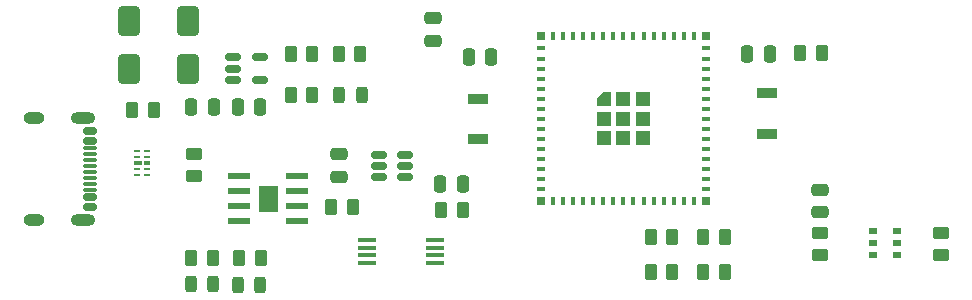
<source format=gtp>
%TF.GenerationSoftware,KiCad,Pcbnew,8.0.8*%
%TF.CreationDate,2025-04-24T21:45:02+02:00*%
%TF.ProjectId,LD2420_Radar_ESP32,4c443234-3230-45f5-9261-6461725f4553,rev?*%
%TF.SameCoordinates,Original*%
%TF.FileFunction,Paste,Top*%
%TF.FilePolarity,Positive*%
%FSLAX46Y46*%
G04 Gerber Fmt 4.6, Leading zero omitted, Abs format (unit mm)*
G04 Created by KiCad (PCBNEW 8.0.8) date 2025-04-24 21:45:02*
%MOMM*%
%LPD*%
G01*
G04 APERTURE LIST*
G04 Aperture macros list*
%AMRoundRect*
0 Rectangle with rounded corners*
0 $1 Rounding radius*
0 $2 $3 $4 $5 $6 $7 $8 $9 X,Y pos of 4 corners*
0 Add a 4 corners polygon primitive as box body*
4,1,4,$2,$3,$4,$5,$6,$7,$8,$9,$2,$3,0*
0 Add four circle primitives for the rounded corners*
1,1,$1+$1,$2,$3*
1,1,$1+$1,$4,$5*
1,1,$1+$1,$6,$7*
1,1,$1+$1,$8,$9*
0 Add four rect primitives between the rounded corners*
20,1,$1+$1,$2,$3,$4,$5,0*
20,1,$1+$1,$4,$5,$6,$7,0*
20,1,$1+$1,$6,$7,$8,$9,0*
20,1,$1+$1,$8,$9,$2,$3,0*%
%AMFreePoly0*
4,1,6,0.600000,-0.600000,-0.600000,-0.600000,-0.600000,0.000000,0.000000,0.600000,0.600000,0.600000,0.600000,-0.600000,0.600000,-0.600000,$1*%
G04 Aperture macros list end*
%ADD10C,0.010000*%
%ADD11RoundRect,0.250000X0.475000X-0.250000X0.475000X0.250000X-0.475000X0.250000X-0.475000X-0.250000X0*%
%ADD12R,1.700000X0.900000*%
%ADD13RoundRect,0.250000X-0.262500X-0.450000X0.262500X-0.450000X0.262500X0.450000X-0.262500X0.450000X0*%
%ADD14RoundRect,0.150000X-0.512500X-0.150000X0.512500X-0.150000X0.512500X0.150000X-0.512500X0.150000X0*%
%ADD15RoundRect,0.250000X0.262500X0.450000X-0.262500X0.450000X-0.262500X-0.450000X0.262500X-0.450000X0*%
%ADD16RoundRect,0.250000X-0.250000X-0.475000X0.250000X-0.475000X0.250000X0.475000X-0.250000X0.475000X0*%
%ADD17RoundRect,0.243750X-0.243750X-0.456250X0.243750X-0.456250X0.243750X0.456250X-0.243750X0.456250X0*%
%ADD18R,1.970000X0.600000*%
%ADD19RoundRect,0.250000X-0.475000X0.250000X-0.475000X-0.250000X0.475000X-0.250000X0.475000X0.250000X0*%
%ADD20RoundRect,0.250000X-0.450000X0.262500X-0.450000X-0.262500X0.450000X-0.262500X0.450000X0.262500X0*%
%ADD21RoundRect,0.150000X-0.425000X0.150000X-0.425000X-0.150000X0.425000X-0.150000X0.425000X0.150000X0*%
%ADD22RoundRect,0.075000X-0.500000X0.075000X-0.500000X-0.075000X0.500000X-0.075000X0.500000X0.075000X0*%
%ADD23O,2.100000X1.000000*%
%ADD24O,1.800000X1.000000*%
%ADD25RoundRect,0.250000X0.450000X-0.262500X0.450000X0.262500X-0.450000X0.262500X-0.450000X-0.262500X0*%
%ADD26R,0.625000X0.250000*%
%ADD27R,0.700000X0.450000*%
%ADD28R,0.575000X0.450000*%
%ADD29RoundRect,0.250000X-0.650000X1.000000X-0.650000X-1.000000X0.650000X-1.000000X0.650000X1.000000X0*%
%ADD30R,0.800000X0.400000*%
%ADD31R,0.400000X0.800000*%
%ADD32FreePoly0,0.000000*%
%ADD33R,1.200000X1.200000*%
%ADD34R,0.800000X0.800000*%
%ADD35RoundRect,0.050000X0.730000X0.150000X-0.730000X0.150000X-0.730000X-0.150000X0.730000X-0.150000X0*%
%ADD36RoundRect,0.250000X0.250000X0.475000X-0.250000X0.475000X-0.250000X-0.475000X0.250000X-0.475000X0*%
%ADD37RoundRect,0.066250X-0.288750X-0.198750X0.288750X-0.198750X0.288750X0.198750X-0.288750X0.198750X0*%
G04 APERTURE END LIST*
D10*
%TO.C,U5*%
X150513000Y-117544000D02*
X148987000Y-117544000D01*
X148987000Y-115456000D01*
X150513000Y-115456000D01*
X150513000Y-117544000D01*
G36*
X150513000Y-117544000D02*
G01*
X148987000Y-117544000D01*
X148987000Y-115456000D01*
X150513000Y-115456000D01*
X150513000Y-117544000D01*
G37*
%TD*%
D11*
%TO.C,C8*%
X163750000Y-103150000D03*
X163750000Y-101250000D03*
%TD*%
D12*
%TO.C,RESET1*%
X192000000Y-107600000D03*
X192000000Y-111000000D03*
%TD*%
D13*
%TO.C,R2*%
X138250000Y-109000000D03*
X140075000Y-109000000D03*
%TD*%
%TO.C,R1*%
X194817500Y-104220000D03*
X196642500Y-104220000D03*
%TD*%
D14*
%TO.C,U3*%
X146787500Y-104550000D03*
X146787500Y-105500000D03*
X146787500Y-106450000D03*
X149062500Y-106450000D03*
X149062500Y-104550000D03*
%TD*%
D15*
%TO.C,R13*%
X145075000Y-121500000D03*
X143250000Y-121500000D03*
%TD*%
D16*
%TO.C,C6*%
X164350000Y-115250000D03*
X166250000Y-115250000D03*
%TD*%
D17*
%TO.C,D1*%
X155800000Y-107750000D03*
X157675000Y-107750000D03*
%TD*%
D15*
%TO.C,R15*%
X156912500Y-117250000D03*
X155087500Y-117250000D03*
%TD*%
D13*
%TO.C,R3*%
X151675000Y-104250000D03*
X153500000Y-104250000D03*
%TD*%
D12*
%TO.C,BOOT2*%
X167500000Y-111450000D03*
X167500000Y-108050000D03*
%TD*%
D13*
%TO.C,R6*%
X182175000Y-122750000D03*
X184000000Y-122750000D03*
%TD*%
D18*
%TO.C,U5*%
X147275000Y-114595000D03*
X147275000Y-115865000D03*
X147275000Y-117135000D03*
X147275000Y-118405000D03*
X152225000Y-118405000D03*
X152225000Y-117135000D03*
X152225000Y-115865000D03*
X152225000Y-114595000D03*
%TD*%
D19*
%TO.C,C7*%
X155750000Y-112750000D03*
X155750000Y-114650000D03*
%TD*%
D20*
%TO.C,R8*%
X196500000Y-119425000D03*
X196500000Y-121250000D03*
%TD*%
D13*
%TO.C,R4*%
X155750000Y-104250000D03*
X157575000Y-104250000D03*
%TD*%
D21*
%TO.C,USB_C1*%
X134680000Y-110800000D03*
X134680000Y-111600000D03*
D22*
X134680000Y-112750000D03*
X134680000Y-113750000D03*
X134680000Y-114250000D03*
X134680000Y-115250000D03*
D21*
X134680000Y-116400000D03*
X134680000Y-117200000D03*
X134680000Y-117200000D03*
X134680000Y-116400000D03*
D22*
X134680000Y-115750000D03*
X134680000Y-114750000D03*
X134680000Y-113250000D03*
X134680000Y-112250000D03*
D21*
X134680000Y-111600000D03*
X134680000Y-110800000D03*
D23*
X134105000Y-109680000D03*
D24*
X129925000Y-109680000D03*
D23*
X134105000Y-118320000D03*
D24*
X129925000Y-118320000D03*
%TD*%
D25*
%TO.C,R12*%
X143500000Y-114575000D03*
X143500000Y-112750000D03*
%TD*%
D17*
%TO.C,D3*%
X147200000Y-123790000D03*
X149075000Y-123790000D03*
%TD*%
D14*
%TO.C,U6*%
X159112500Y-112800000D03*
X159112500Y-113750000D03*
X159112500Y-114700000D03*
X161387500Y-114700000D03*
X161387500Y-113750000D03*
X161387500Y-112800000D03*
%TD*%
D26*
%TO.C,U2*%
X138700000Y-112500000D03*
X138700000Y-113000000D03*
D27*
X138737500Y-113500000D03*
D26*
X138700000Y-114000000D03*
X138700000Y-114500000D03*
X139475000Y-114500000D03*
X139475000Y-114000000D03*
D28*
X139500000Y-113500000D03*
D26*
X139475000Y-113000000D03*
X139475000Y-112500000D03*
%TD*%
D29*
%TO.C,D5*%
X143000000Y-101500000D03*
X143000000Y-105500000D03*
%TD*%
D17*
%TO.C,D2*%
X143200000Y-123750000D03*
X145075000Y-123750000D03*
%TD*%
D20*
%TO.C,R9*%
X206750000Y-119425000D03*
X206750000Y-121250000D03*
%TD*%
D16*
%TO.C,C4*%
X147175000Y-108750000D03*
X149075000Y-108750000D03*
%TD*%
D15*
%TO.C,R16*%
X166250000Y-117500000D03*
X164425000Y-117500000D03*
%TD*%
D30*
%TO.C,U1*%
X172850000Y-103800000D03*
X172850000Y-104650000D03*
X172850000Y-105500000D03*
X172850000Y-106350000D03*
X172850000Y-107200000D03*
X172850000Y-108050000D03*
X172850000Y-108900000D03*
X172850000Y-109750000D03*
X172850000Y-110600000D03*
X172850000Y-111450000D03*
X172850000Y-112300000D03*
X172850000Y-113150000D03*
X172850000Y-114000000D03*
X172850000Y-114850000D03*
X172850000Y-115700000D03*
D31*
X173900000Y-116750000D03*
X174750000Y-116750000D03*
X175600000Y-116750000D03*
X176450000Y-116750000D03*
X177300000Y-116750000D03*
X178150000Y-116750000D03*
X179000000Y-116750000D03*
X179850000Y-116750000D03*
X180700000Y-116750000D03*
X181550000Y-116750000D03*
X182400000Y-116750000D03*
X183250000Y-116750000D03*
X184100000Y-116750000D03*
X184950000Y-116750000D03*
X185800000Y-116750000D03*
D30*
X186850000Y-115700000D03*
X186850000Y-114850000D03*
X186850000Y-114000000D03*
X186850000Y-113150000D03*
X186850000Y-112300000D03*
X186850000Y-111450000D03*
X186850000Y-110600000D03*
X186850000Y-109750000D03*
X186850000Y-108900000D03*
X186850000Y-108050000D03*
X186850000Y-107200000D03*
X186850000Y-106350000D03*
X186850000Y-105500000D03*
X186850000Y-104650000D03*
X186850000Y-103800000D03*
D31*
X185800000Y-102750000D03*
X184950000Y-102750000D03*
X184100000Y-102750000D03*
X183250000Y-102750000D03*
X182400000Y-102750000D03*
X181550000Y-102750000D03*
X180700000Y-102750000D03*
X179850000Y-102750000D03*
X179000000Y-102750000D03*
X178150000Y-102750000D03*
X177300000Y-102750000D03*
X176450000Y-102750000D03*
X175600000Y-102750000D03*
X174750000Y-102750000D03*
X173900000Y-102750000D03*
D32*
X178200000Y-108100000D03*
D33*
X178200000Y-109750000D03*
X178200000Y-111400000D03*
X179850000Y-108100000D03*
X179850000Y-109750000D03*
X179850000Y-111400000D03*
X181500000Y-108100000D03*
X181500000Y-109750000D03*
X181500000Y-111400000D03*
D34*
X172850000Y-102750000D03*
X172850000Y-116750000D03*
X186850000Y-116750000D03*
X186850000Y-102750000D03*
%TD*%
D29*
%TO.C,D6*%
X138000000Y-101500000D03*
X138000000Y-105500000D03*
%TD*%
D15*
%TO.C,R14*%
X149150000Y-121500000D03*
X147325000Y-121500000D03*
%TD*%
D16*
%TO.C,C2*%
X166750000Y-104500000D03*
X168650000Y-104500000D03*
%TD*%
D35*
%TO.C,Q1*%
X163880000Y-121975000D03*
X163880000Y-121325000D03*
X163880000Y-120675000D03*
X163880000Y-120025000D03*
X158120000Y-120025000D03*
X158120000Y-120675000D03*
X158120000Y-121325000D03*
X158120000Y-121975000D03*
%TD*%
D16*
%TO.C,C1*%
X190350000Y-104250000D03*
X192250000Y-104250000D03*
%TD*%
D13*
%TO.C,R7*%
X182175000Y-119750000D03*
X184000000Y-119750000D03*
%TD*%
%TO.C,R5*%
X151675000Y-107750000D03*
X153500000Y-107750000D03*
%TD*%
%TO.C,R11*%
X186585000Y-119750000D03*
X188410000Y-119750000D03*
%TD*%
D36*
%TO.C,C3*%
X145175000Y-108750000D03*
X143275000Y-108750000D03*
%TD*%
D37*
%TO.C,U4*%
X201015000Y-119250000D03*
X201015000Y-120250000D03*
X201015000Y-121250000D03*
X202985000Y-121250000D03*
X202985000Y-120250000D03*
X202985000Y-119250000D03*
%TD*%
D13*
%TO.C,R10*%
X186585000Y-122750000D03*
X188410000Y-122750000D03*
%TD*%
D11*
%TO.C,C5*%
X196500000Y-117650000D03*
X196500000Y-115750000D03*
%TD*%
M02*

</source>
